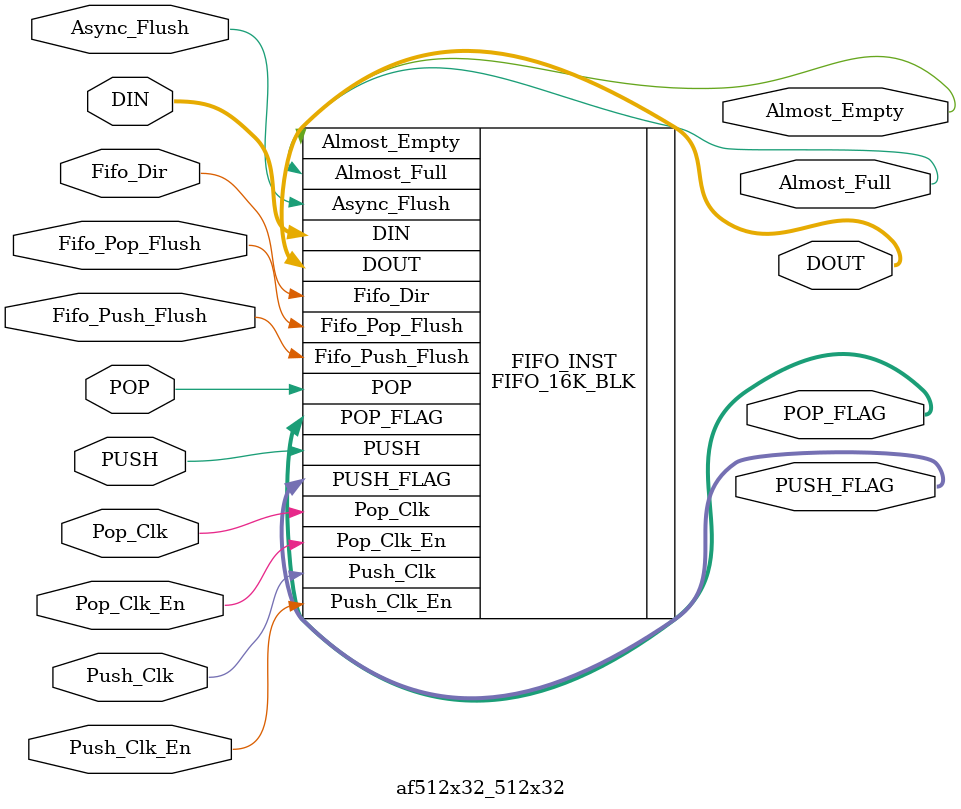
<source format=v>
module af512x32_512x32 (DIN,Fifo_Push_Flush,Fifo_Pop_Flush,PUSH,POP,Push_Clk,Pop_Clk,Push_Clk_En,Pop_Clk_En,Fifo_Dir,Async_Flush,Almost_Full,Almost_Empty,PUSH_FLAG,POP_FLAG,DOUT);

input Fifo_Push_Flush,Fifo_Pop_Flush;
input Push_Clk,Pop_Clk;
input PUSH,POP;
input [31:0] DIN;
input Push_Clk_En,Pop_Clk_En,Fifo_Dir,Async_Flush;
output [31:0] DOUT;
output [3:0] PUSH_FLAG,POP_FLAG;
output Almost_Full,Almost_Empty;

parameter data_depth_int = 512;
parameter data_width_int = 32;
parameter reg_rd_int = 0;
parameter sync_fifo_int = 0;

FIFO_16K_BLK  # (.data_depth_int(data_depth_int),.data_width_int(data_width_int),.reg_rd_int(reg_rd_int),.sync_fifo_int(sync_fifo_int)
        				 ) 
  FIFO_INST    (
                .DIN(DIN),
                .PUSH(PUSH),
                .POP(POP),
                .Fifo_Push_Flush(Fifo_Push_Flush),
                .Fifo_Pop_Flush(Fifo_Pop_Flush),
                .Push_Clk(Push_Clk),
                .Pop_Clk(Pop_Clk),
                .PUSH_FLAG(PUSH_FLAG),
                .POP_FLAG(POP_FLAG),
                .Push_Clk_En(Push_Clk_En),
                .Pop_Clk_En(Pop_Clk_En),
                .Fifo_Dir(Fifo_Dir),
                .Async_Flush(Async_Flush),
                .Almost_Full(Almost_Full),
                .Almost_Empty(Almost_Empty),
                .DOUT(DOUT)
         				);

endmodule


</source>
